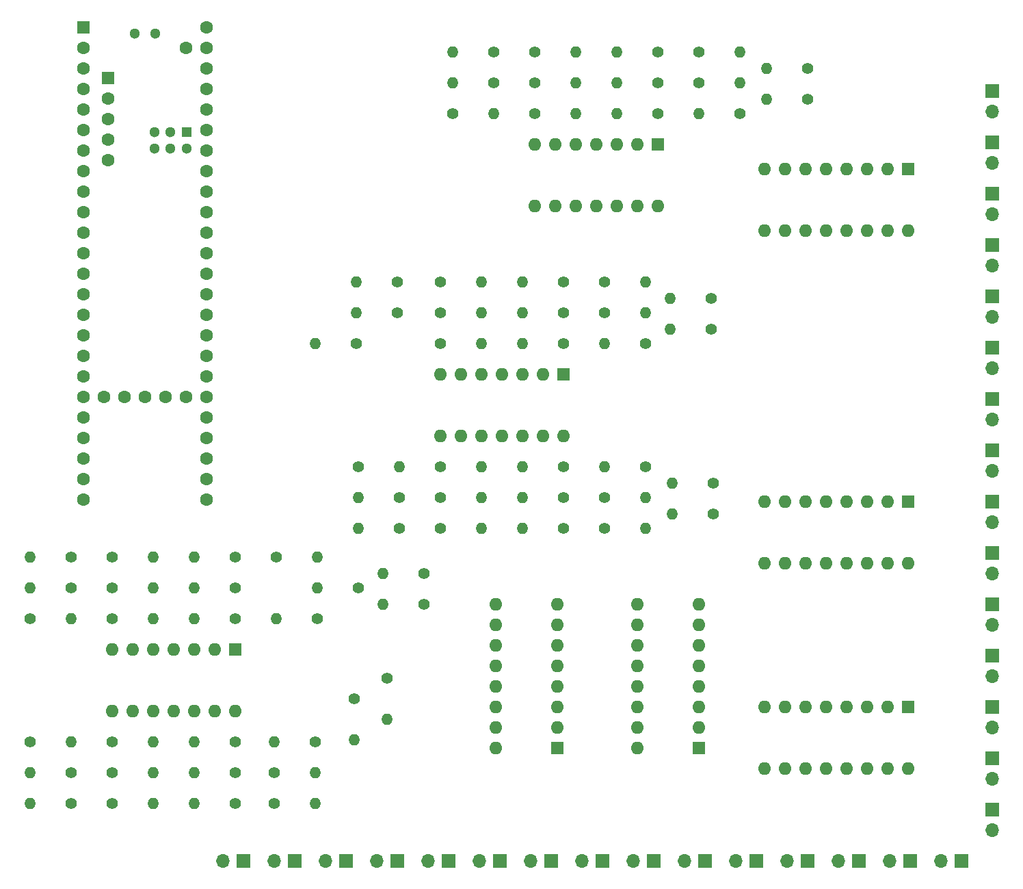
<source format=gbr>
%TF.GenerationSoftware,KiCad,Pcbnew,(5.1.8)-1*%
%TF.CreationDate,2021-02-10T16:30:01-05:00*%
%TF.ProjectId,PNG_PCB,504e475f-5043-4422-9e6b-696361645f70,rev?*%
%TF.SameCoordinates,Original*%
%TF.FileFunction,Soldermask,Bot*%
%TF.FilePolarity,Negative*%
%FSLAX46Y46*%
G04 Gerber Fmt 4.6, Leading zero omitted, Abs format (unit mm)*
G04 Created by KiCad (PCBNEW (5.1.8)-1) date 2021-02-10 16:30:01*
%MOMM*%
%LPD*%
G01*
G04 APERTURE LIST*
%ADD10O,1.400000X1.400000*%
%ADD11C,1.400000*%
%ADD12O,1.700000X1.700000*%
%ADD13R,1.700000X1.700000*%
%ADD14O,1.600000X1.600000*%
%ADD15R,1.600000X1.600000*%
%ADD16C,1.300000*%
%ADD17C,1.600000*%
%ADD18R,1.300000X1.300000*%
G04 APERTURE END LIST*
D10*
%TO.C,R66*%
X224282000Y-51816000D03*
D11*
X229362000Y-51816000D03*
%TD*%
D10*
%TO.C,R59*%
X224282000Y-55626000D03*
D11*
X229362000Y-55626000D03*
%TD*%
D10*
%TO.C,R52*%
X212598000Y-103124000D03*
D11*
X217678000Y-103124000D03*
%TD*%
D10*
%TO.C,R45*%
X212598000Y-106934000D03*
D11*
X217678000Y-106934000D03*
%TD*%
D10*
%TO.C,R38*%
X212344000Y-80264000D03*
D11*
X217424000Y-80264000D03*
%TD*%
%TO.C,R31*%
X217424000Y-84074000D03*
D10*
X212344000Y-84074000D03*
%TD*%
%TO.C,R24*%
X173228000Y-134874000D03*
D11*
X173228000Y-129794000D03*
%TD*%
D10*
%TO.C,R17*%
X177292000Y-132334000D03*
D11*
X177292000Y-127254000D03*
%TD*%
D10*
%TO.C,R10*%
X176784000Y-114300000D03*
D11*
X181864000Y-114300000D03*
%TD*%
D10*
%TO.C,R3*%
X176784000Y-118110000D03*
D11*
X181864000Y-118110000D03*
%TD*%
D12*
%TO.C,J30*%
X252222000Y-63500000D03*
D13*
X252222000Y-60960000D03*
%TD*%
D12*
%TO.C,J29*%
X252222000Y-57150000D03*
D13*
X252222000Y-54610000D03*
%TD*%
D12*
%TO.C,J28*%
X252222000Y-69850000D03*
D13*
X252222000Y-67310000D03*
%TD*%
D12*
%TO.C,J27*%
X252222000Y-76200000D03*
D13*
X252222000Y-73660000D03*
%TD*%
D12*
%TO.C,J26*%
X252222000Y-82550000D03*
D13*
X252222000Y-80010000D03*
%TD*%
D12*
%TO.C,J25*%
X252222000Y-88900000D03*
D13*
X252222000Y-86360000D03*
%TD*%
D12*
%TO.C,J24*%
X252222000Y-139700000D03*
D13*
X252222000Y-137160000D03*
%TD*%
D12*
%TO.C,J23*%
X252222000Y-146050000D03*
D13*
X252222000Y-143510000D03*
%TD*%
D12*
%TO.C,J22*%
X252222000Y-133350000D03*
D13*
X252222000Y-130810000D03*
%TD*%
D12*
%TO.C,J21*%
X245872000Y-149860000D03*
D13*
X248412000Y-149860000D03*
%TD*%
D12*
%TO.C,J20*%
X239522000Y-149860000D03*
D13*
X242062000Y-149860000D03*
%TD*%
D12*
%TO.C,J19*%
X233172000Y-149860000D03*
D13*
X235712000Y-149860000D03*
%TD*%
D12*
%TO.C,J18*%
X252222000Y-101600000D03*
D13*
X252222000Y-99060000D03*
%TD*%
D12*
%TO.C,J17*%
X252222000Y-95250000D03*
D13*
X252222000Y-92710000D03*
%TD*%
D12*
%TO.C,J16*%
X252222000Y-107950000D03*
D13*
X252222000Y-105410000D03*
%TD*%
D12*
%TO.C,J15*%
X252222000Y-114300000D03*
D13*
X252222000Y-111760000D03*
%TD*%
D12*
%TO.C,J14*%
X252222000Y-120650000D03*
D13*
X252222000Y-118110000D03*
%TD*%
D12*
%TO.C,J13*%
X252222000Y-127000000D03*
D13*
X252222000Y-124460000D03*
%TD*%
D12*
%TO.C,J12*%
X220472000Y-149860000D03*
D13*
X223012000Y-149860000D03*
%TD*%
D12*
%TO.C,J11*%
X226822000Y-149860000D03*
D13*
X229362000Y-149860000D03*
%TD*%
D12*
%TO.C,J10*%
X214122000Y-149860000D03*
D13*
X216662000Y-149860000D03*
%TD*%
D12*
%TO.C,J9*%
X207772000Y-149860000D03*
D13*
X210312000Y-149860000D03*
%TD*%
D12*
%TO.C,J8*%
X201422000Y-149860000D03*
D13*
X203962000Y-149860000D03*
%TD*%
D12*
%TO.C,J7*%
X195072000Y-149860000D03*
D13*
X197612000Y-149860000D03*
%TD*%
D12*
%TO.C,J6*%
X182372000Y-149860000D03*
D13*
X184912000Y-149860000D03*
%TD*%
D12*
%TO.C,J5*%
X176022000Y-149860000D03*
D13*
X178562000Y-149860000D03*
%TD*%
D12*
%TO.C,J4*%
X188722000Y-149860000D03*
D13*
X191262000Y-149860000D03*
%TD*%
D12*
%TO.C,J3*%
X169672000Y-149860000D03*
D13*
X172212000Y-149860000D03*
%TD*%
D12*
%TO.C,J2*%
X163322000Y-149860000D03*
D13*
X165862000Y-149860000D03*
%TD*%
D12*
%TO.C,J1*%
X156972000Y-149860000D03*
D13*
X159512000Y-149860000D03*
%TD*%
D14*
%TO.C,U9*%
X210820000Y-68834000D03*
X195580000Y-61214000D03*
X208280000Y-68834000D03*
X198120000Y-61214000D03*
X205740000Y-68834000D03*
X200660000Y-61214000D03*
X203200000Y-68834000D03*
X203200000Y-61214000D03*
X200660000Y-68834000D03*
X205740000Y-61214000D03*
X198120000Y-68834000D03*
X208280000Y-61214000D03*
X195580000Y-68834000D03*
D15*
X210820000Y-61214000D03*
%TD*%
D14*
%TO.C,U8*%
X241808000Y-71882000D03*
X224028000Y-64262000D03*
X239268000Y-71882000D03*
X226568000Y-64262000D03*
X236728000Y-71882000D03*
X229108000Y-64262000D03*
X234188000Y-71882000D03*
X231648000Y-64262000D03*
X231648000Y-71882000D03*
X234188000Y-64262000D03*
X229108000Y-71882000D03*
X236728000Y-64262000D03*
X226568000Y-71882000D03*
X239268000Y-64262000D03*
X224028000Y-71882000D03*
D15*
X241808000Y-64262000D03*
%TD*%
D14*
%TO.C,U7*%
X241808000Y-138430000D03*
X224028000Y-130810000D03*
X239268000Y-138430000D03*
X226568000Y-130810000D03*
X236728000Y-138430000D03*
X229108000Y-130810000D03*
X234188000Y-138430000D03*
X231648000Y-130810000D03*
X231648000Y-138430000D03*
X234188000Y-130810000D03*
X229108000Y-138430000D03*
X236728000Y-130810000D03*
X226568000Y-138430000D03*
X239268000Y-130810000D03*
X224028000Y-138430000D03*
D15*
X241808000Y-130810000D03*
%TD*%
%TO.C,U6*%
X199136000Y-89662000D03*
D14*
X183896000Y-97282000D03*
X196596000Y-89662000D03*
X186436000Y-97282000D03*
X194056000Y-89662000D03*
X188976000Y-97282000D03*
X191516000Y-89662000D03*
X191516000Y-97282000D03*
X188976000Y-89662000D03*
X194056000Y-97282000D03*
X186436000Y-89662000D03*
X196596000Y-97282000D03*
X183896000Y-89662000D03*
X199136000Y-97282000D03*
%TD*%
%TO.C,U5*%
X241808000Y-113030000D03*
X224028000Y-105410000D03*
X239268000Y-113030000D03*
X226568000Y-105410000D03*
X236728000Y-113030000D03*
X229108000Y-105410000D03*
X234188000Y-113030000D03*
X231648000Y-105410000D03*
X231648000Y-113030000D03*
X234188000Y-105410000D03*
X229108000Y-113030000D03*
X236728000Y-105410000D03*
X226568000Y-113030000D03*
X239268000Y-105410000D03*
X224028000Y-113030000D03*
D15*
X241808000Y-105410000D03*
%TD*%
D14*
%TO.C,U4*%
X208280000Y-135890000D03*
X215900000Y-118110000D03*
X208280000Y-133350000D03*
X215900000Y-120650000D03*
X208280000Y-130810000D03*
X215900000Y-123190000D03*
X208280000Y-128270000D03*
X215900000Y-125730000D03*
X208280000Y-125730000D03*
X215900000Y-128270000D03*
X208280000Y-123190000D03*
X215900000Y-130810000D03*
X208280000Y-120650000D03*
X215900000Y-133350000D03*
X208280000Y-118110000D03*
D15*
X215900000Y-135890000D03*
%TD*%
D14*
%TO.C,U3*%
X158496000Y-131318000D03*
X143256000Y-123698000D03*
X155956000Y-131318000D03*
X145796000Y-123698000D03*
X153416000Y-131318000D03*
X148336000Y-123698000D03*
X150876000Y-131318000D03*
X150876000Y-123698000D03*
X148336000Y-131318000D03*
X153416000Y-123698000D03*
X145796000Y-131318000D03*
X155956000Y-123698000D03*
X143256000Y-131318000D03*
D15*
X158496000Y-123698000D03*
%TD*%
D14*
%TO.C,U2*%
X190754000Y-135890000D03*
X198374000Y-118110000D03*
X190754000Y-133350000D03*
X198374000Y-120650000D03*
X190754000Y-130810000D03*
X198374000Y-123190000D03*
X190754000Y-128270000D03*
X198374000Y-125730000D03*
X190754000Y-125730000D03*
X198374000Y-128270000D03*
X190754000Y-123190000D03*
X198374000Y-130810000D03*
X190754000Y-120650000D03*
X198374000Y-133350000D03*
X190754000Y-118110000D03*
D15*
X198374000Y-135890000D03*
%TD*%
D16*
%TO.C,U1*%
X148590000Y-47466000D03*
X146050000Y-47466000D03*
D17*
X152400000Y-92456000D03*
X149860000Y-92456000D03*
X147320000Y-92456000D03*
X144780000Y-92456000D03*
X142240000Y-92456000D03*
D16*
X148501600Y-59706000D03*
X148501600Y-61706000D03*
X150501600Y-61706000D03*
X150501600Y-59706000D03*
X152501600Y-61706000D03*
D18*
X152501600Y-59706000D03*
D17*
X139700000Y-87376000D03*
X139700000Y-89916000D03*
X139700000Y-92456000D03*
X139700000Y-94996000D03*
X139700000Y-84836000D03*
X139700000Y-82296000D03*
X139700000Y-79756000D03*
X139700000Y-97536000D03*
X139700000Y-100076000D03*
X139700000Y-102616000D03*
X139700000Y-105156000D03*
X154940000Y-105156000D03*
X154940000Y-102616000D03*
X154940000Y-100076000D03*
X154940000Y-97536000D03*
X154940000Y-94996000D03*
X154940000Y-92456000D03*
X154940000Y-89916000D03*
X154940000Y-87376000D03*
X154940000Y-84836000D03*
X154940000Y-82296000D03*
X139700000Y-77216000D03*
X139700000Y-74676000D03*
X139700000Y-72136000D03*
X139700000Y-69596000D03*
X139700000Y-67056000D03*
X139700000Y-64516000D03*
X139700000Y-61976000D03*
X139700000Y-59436000D03*
X139700000Y-56896000D03*
X139700000Y-54356000D03*
X139700000Y-51816000D03*
X139700000Y-49276000D03*
D15*
X139700000Y-46736000D03*
D17*
X154940000Y-79756000D03*
X154940000Y-77216000D03*
X154940000Y-74676000D03*
X154940000Y-72136000D03*
X154940000Y-69596000D03*
X154940000Y-67056000D03*
X154940000Y-64516000D03*
X154940000Y-61976000D03*
X154940000Y-59436000D03*
X154940000Y-56896000D03*
X154940000Y-54356000D03*
X154940000Y-51816000D03*
X154940000Y-49276000D03*
X154940000Y-46736000D03*
D15*
X142750800Y-53035200D03*
D17*
X142750800Y-55575200D03*
X142750800Y-58115200D03*
X142750800Y-60655200D03*
X142750800Y-63195200D03*
X152400000Y-49276000D03*
%TD*%
D10*
%TO.C,R70*%
X200660000Y-57404000D03*
D11*
X195580000Y-57404000D03*
%TD*%
D10*
%TO.C,R69*%
X200660000Y-49784000D03*
D11*
X195580000Y-49784000D03*
%TD*%
D10*
%TO.C,R68*%
X185420000Y-49784000D03*
D11*
X190500000Y-49784000D03*
%TD*%
D10*
%TO.C,R67*%
X200660000Y-53594000D03*
D11*
X195580000Y-53594000D03*
%TD*%
D10*
%TO.C,R65*%
X190500000Y-57404000D03*
D11*
X185420000Y-57404000D03*
%TD*%
D10*
%TO.C,R64*%
X185420000Y-53594000D03*
D11*
X190500000Y-53594000D03*
%TD*%
D10*
%TO.C,R63*%
X205740000Y-57404000D03*
D11*
X210820000Y-57404000D03*
%TD*%
D10*
%TO.C,R62*%
X205740000Y-49784000D03*
D11*
X210820000Y-49784000D03*
%TD*%
D10*
%TO.C,R61*%
X220980000Y-49784000D03*
D11*
X215900000Y-49784000D03*
%TD*%
D10*
%TO.C,R60*%
X205740000Y-53594000D03*
D11*
X210820000Y-53594000D03*
%TD*%
D10*
%TO.C,R58*%
X215900000Y-57404000D03*
D11*
X220980000Y-57404000D03*
%TD*%
D10*
%TO.C,R57*%
X220980000Y-53594000D03*
D11*
X215900000Y-53594000D03*
%TD*%
%TO.C,R56*%
X199136000Y-101092000D03*
D10*
X194056000Y-101092000D03*
%TD*%
D11*
%TO.C,R55*%
X199136000Y-108712000D03*
D10*
X194056000Y-108712000D03*
%TD*%
D11*
%TO.C,R54*%
X204216000Y-108712000D03*
D10*
X209296000Y-108712000D03*
%TD*%
D11*
%TO.C,R53*%
X199136000Y-104902000D03*
D10*
X194056000Y-104902000D03*
%TD*%
D11*
%TO.C,R51*%
X209296000Y-101092000D03*
D10*
X204216000Y-101092000D03*
%TD*%
D11*
%TO.C,R50*%
X204216000Y-104902000D03*
D10*
X209296000Y-104902000D03*
%TD*%
D11*
%TO.C,R49*%
X183896000Y-101092000D03*
D10*
X188976000Y-101092000D03*
%TD*%
D11*
%TO.C,R48*%
X183896000Y-108712000D03*
D10*
X188976000Y-108712000D03*
%TD*%
D11*
%TO.C,R47*%
X178816000Y-108712000D03*
D10*
X173736000Y-108712000D03*
%TD*%
D11*
%TO.C,R46*%
X183896000Y-104902000D03*
D10*
X188976000Y-104902000D03*
%TD*%
D11*
%TO.C,R44*%
X173736000Y-101092000D03*
D10*
X178816000Y-101092000D03*
%TD*%
D11*
%TO.C,R43*%
X178816000Y-104902000D03*
D10*
X173736000Y-104902000D03*
%TD*%
D11*
%TO.C,R42*%
X183896000Y-85852000D03*
D10*
X188976000Y-85852000D03*
%TD*%
D11*
%TO.C,R41*%
X183896000Y-78232000D03*
D10*
X188976000Y-78232000D03*
%TD*%
D11*
%TO.C,R40*%
X178562000Y-78232000D03*
D10*
X173482000Y-78232000D03*
%TD*%
D11*
%TO.C,R39*%
X183896000Y-82042000D03*
D10*
X188976000Y-82042000D03*
%TD*%
D11*
%TO.C,R37*%
X173482000Y-85852000D03*
D10*
X168402000Y-85852000D03*
%TD*%
D11*
%TO.C,R36*%
X178562000Y-82042000D03*
D10*
X173482000Y-82042000D03*
%TD*%
D11*
%TO.C,R35*%
X199136000Y-85852000D03*
D10*
X194056000Y-85852000D03*
%TD*%
D11*
%TO.C,R34*%
X199136000Y-78232000D03*
D10*
X194056000Y-78232000D03*
%TD*%
D11*
%TO.C,R33*%
X204216000Y-78232000D03*
D10*
X209296000Y-78232000D03*
%TD*%
D11*
%TO.C,R32*%
X199136000Y-82042000D03*
D10*
X194056000Y-82042000D03*
%TD*%
D11*
%TO.C,R30*%
X209296000Y-85852000D03*
D10*
X204216000Y-85852000D03*
%TD*%
D11*
%TO.C,R29*%
X204216000Y-82042000D03*
D10*
X209296000Y-82042000D03*
%TD*%
%TO.C,R28*%
X153416000Y-135128000D03*
D11*
X158496000Y-135128000D03*
%TD*%
D10*
%TO.C,R27*%
X153416000Y-142748000D03*
D11*
X158496000Y-142748000D03*
%TD*%
D10*
%TO.C,R26*%
X168402000Y-142748000D03*
D11*
X163322000Y-142748000D03*
%TD*%
D10*
%TO.C,R25*%
X153416000Y-138938000D03*
D11*
X158496000Y-138938000D03*
%TD*%
D10*
%TO.C,R23*%
X163322000Y-135128000D03*
D11*
X168402000Y-135128000D03*
%TD*%
D10*
%TO.C,R22*%
X168402000Y-138938000D03*
D11*
X163322000Y-138938000D03*
%TD*%
D10*
%TO.C,R21*%
X148336000Y-135128000D03*
D11*
X143256000Y-135128000D03*
%TD*%
D10*
%TO.C,R20*%
X148336000Y-142748000D03*
D11*
X143256000Y-142748000D03*
%TD*%
D10*
%TO.C,R19*%
X133096000Y-142748000D03*
D11*
X138176000Y-142748000D03*
%TD*%
D10*
%TO.C,R18*%
X148336000Y-138938000D03*
D11*
X143256000Y-138938000D03*
%TD*%
D10*
%TO.C,R16*%
X138176000Y-135128000D03*
D11*
X133096000Y-135128000D03*
%TD*%
D10*
%TO.C,R15*%
X133096000Y-138938000D03*
D11*
X138176000Y-138938000D03*
%TD*%
D10*
%TO.C,R14*%
X148336000Y-119888000D03*
D11*
X143256000Y-119888000D03*
%TD*%
D10*
%TO.C,R13*%
X148336000Y-112268000D03*
D11*
X143256000Y-112268000D03*
%TD*%
D10*
%TO.C,R12*%
X133096000Y-112268000D03*
D11*
X138176000Y-112268000D03*
%TD*%
D10*
%TO.C,R11*%
X148336000Y-116078000D03*
D11*
X143256000Y-116078000D03*
%TD*%
D10*
%TO.C,R9*%
X138176000Y-119888000D03*
D11*
X133096000Y-119888000D03*
%TD*%
D10*
%TO.C,R8*%
X133096000Y-116078000D03*
D11*
X138176000Y-116078000D03*
%TD*%
D10*
%TO.C,R7*%
X153416000Y-119888000D03*
D11*
X158496000Y-119888000D03*
%TD*%
D10*
%TO.C,R6*%
X153416000Y-112268000D03*
D11*
X158496000Y-112268000D03*
%TD*%
D10*
%TO.C,R5*%
X168656000Y-112268000D03*
D11*
X163576000Y-112268000D03*
%TD*%
D10*
%TO.C,R4*%
X153416000Y-116078000D03*
D11*
X158496000Y-116078000D03*
%TD*%
D10*
%TO.C,R2*%
X163576000Y-119888000D03*
D11*
X168656000Y-119888000D03*
%TD*%
D10*
%TO.C,R1*%
X168656000Y-116078000D03*
D11*
X173736000Y-116078000D03*
%TD*%
M02*

</source>
